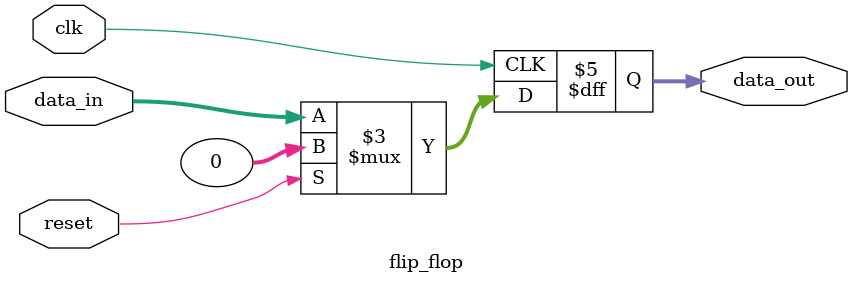
<source format=sv>
module flip_flop (input clk, reset, input logic [31:0] data_in, output logic [31:0] data_out);
    always_ff @( posedge clk ) begin : blockName
        if (reset) data_out<='0;
        else data_out<=data_in;

    end
endmodule
</source>
